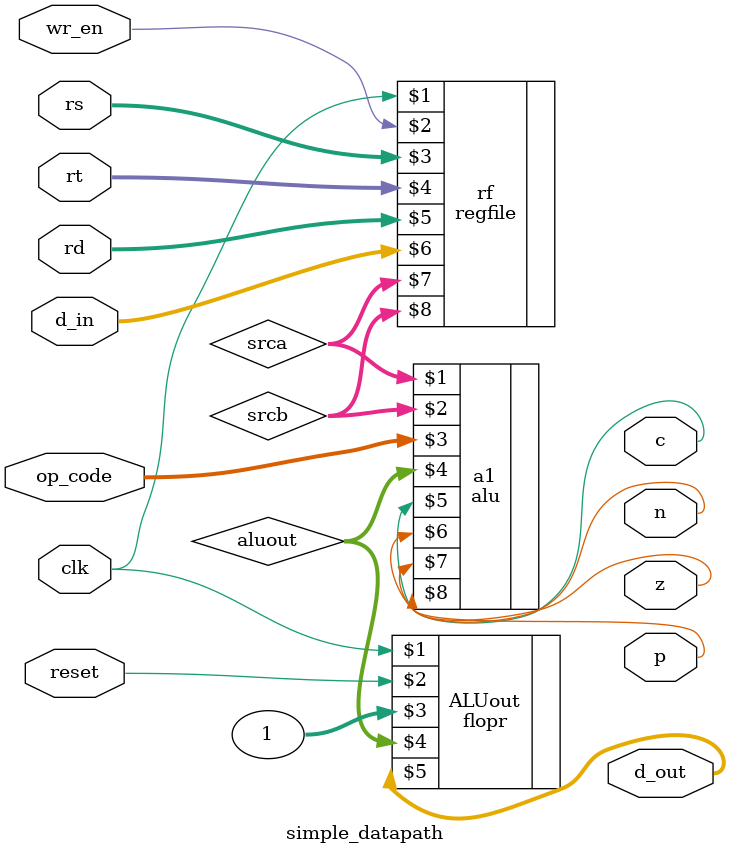
<source format=sv>
`timescale 1ns/100ps

`include "regfile.v"
`include "flopr.v"
`include "alu.v"

`define datasize 32
module simple_datapath(
  input [2:0]	op_code,
  input 		clk, reset,
  input [4:0]	rs, rt, rd,
  input 		wr_en,
  input [`datasize - 1:0] d_in,
  output [`datasize - 1:0] d_out,
  output c, n, z, p
    );
    
  wire [`datasize-1:0] srca, srcb, aluout; //rfDataOut1, rfDataOut2, 
  
  regfile #(`datasize) rf (clk, wr_en, rs, rt, rd, d_in,  	srca, srcb);	//fill in the port list
  alu #(`datasize) a1 (srca, srcb, op_code, aluout, c, n, z, p);	//fill in the port list
  flopr #(`datasize) ALUout (clk, reset, 1, aluout, d_out);
  
endmodule

</source>
